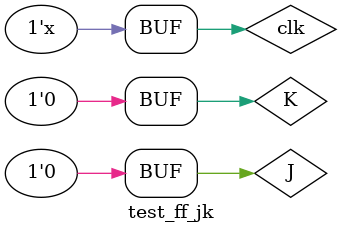
<source format=v>
`timescale 1ns / 1ps


module test_ff_jk;

	// Inputs
	reg J;
	reg K;
	reg clk;

	// Outputs
	wire Q;
	wire Q1;

	// Instantiate the Unit Under Test (UUT)
	ff_jk uut (
		.J(J), 
		.K(K), 
		.clk(clk),
		.Q(Q), 
		.Q1(Q1)
	);

	always #50 clk = ~clk;
	initial begin
		// Initialize Inputs
		
		clk = 0;
		
		
		// Wait 100 ns for global reset to finish
		#100;      
		J = 0;
		K = 1;
		$display("J = ", J, ", K = ", K, ",  Q = ", uut.Q);
		
		// Wait 100 ns for global reset to finish
		#100;      
		J = 1;
		K = 0;
		$display("J = ", J, ", K = ", K, ",  Q = ", uut.Q);					
		
		// Wait 100 ns for global reset to finish
		#100;      
		J = 1;
		K = 1;
		$display("J = ", J, ", K = ", K, ",  Q = ", uut.Q);
		
		// Wait 100 ns for global reset to finish
		#100;      
		J = 0;
		K = 0;
		$display("J = ", J, ", K = ", K, ",  Q = ", uut.Q);
		// Add stimulus here

	end
      
endmodule


</source>
